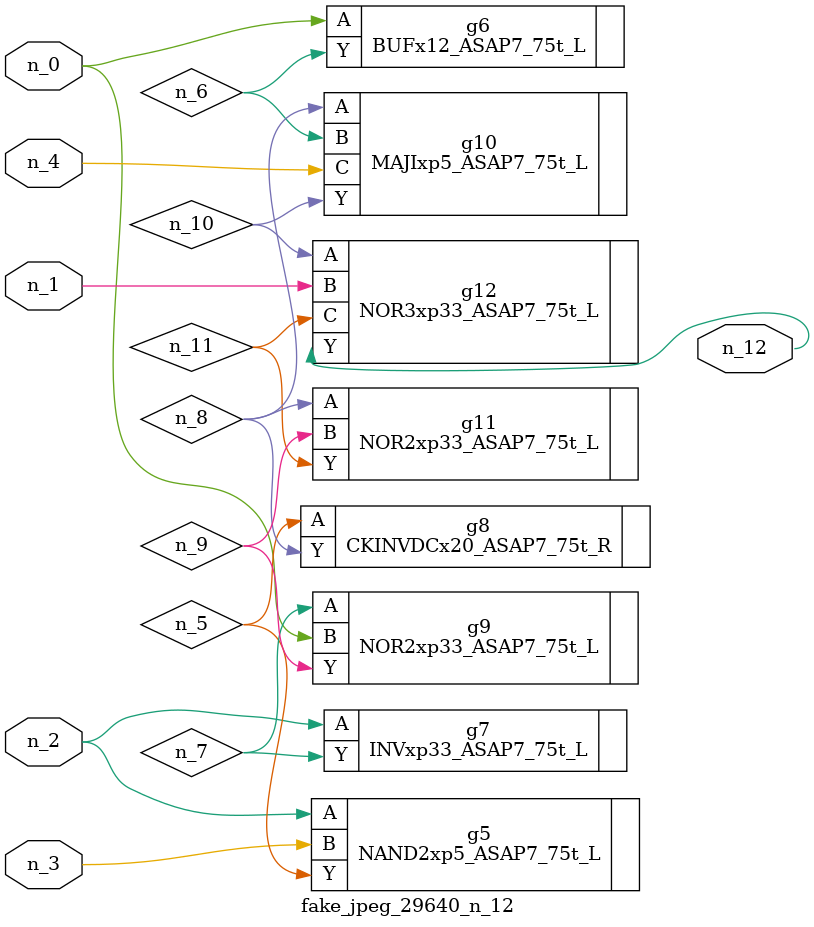
<source format=v>
module fake_jpeg_29640_n_12 (n_3, n_2, n_1, n_0, n_4, n_12);

input n_3;
input n_2;
input n_1;
input n_0;
input n_4;

output n_12;

wire n_11;
wire n_10;
wire n_8;
wire n_9;
wire n_6;
wire n_5;
wire n_7;

NAND2xp5_ASAP7_75t_L g5 ( 
.A(n_2),
.B(n_3),
.Y(n_5)
);

BUFx12_ASAP7_75t_L g6 ( 
.A(n_0),
.Y(n_6)
);

INVxp33_ASAP7_75t_L g7 ( 
.A(n_2),
.Y(n_7)
);

CKINVDCx20_ASAP7_75t_R g8 ( 
.A(n_5),
.Y(n_8)
);

NOR2xp33_ASAP7_75t_L g11 ( 
.A(n_8),
.B(n_9),
.Y(n_11)
);

NOR2xp33_ASAP7_75t_L g9 ( 
.A(n_7),
.B(n_0),
.Y(n_9)
);

MAJIxp5_ASAP7_75t_L g10 ( 
.A(n_8),
.B(n_6),
.C(n_4),
.Y(n_10)
);

NOR3xp33_ASAP7_75t_L g12 ( 
.A(n_10),
.B(n_1),
.C(n_11),
.Y(n_12)
);


endmodule
</source>
